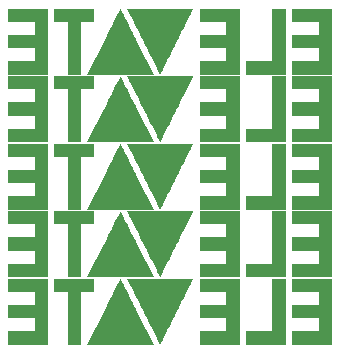
<source format=gbr>
%TF.GenerationSoftware,KiCad,Pcbnew,(7.0.0)*%
%TF.CreationDate,2023-03-06T19:44:32-05:00*%
%TF.ProjectId,Module Board,4d6f6475-6c65-4204-926f-6172642e6b69,rev?*%
%TF.SameCoordinates,Original*%
%TF.FileFunction,Legend,Bot*%
%TF.FilePolarity,Positive*%
%FSLAX46Y46*%
G04 Gerber Fmt 4.6, Leading zero omitted, Abs format (unit mm)*
G04 Created by KiCad (PCBNEW (7.0.0)) date 2023-03-06 19:44:32*
%MOMM*%
%LPD*%
G01*
G04 APERTURE LIST*
G04 APERTURE END LIST*
%TO.C,G\u002A\u002A\u002A*%
G36*
X134659153Y-81240250D02*
G01*
X134659153Y-84035972D01*
X132976420Y-84035972D01*
X131293686Y-84035972D01*
X131293686Y-83472853D01*
X131293686Y-82909734D01*
X132406675Y-82909734D01*
X133519664Y-82909734D01*
X133519664Y-80677131D01*
X133519664Y-78444528D01*
X134089409Y-78444528D01*
X134659153Y-78444528D01*
X134659153Y-81240250D01*
G37*
G36*
X118428063Y-79007647D02*
G01*
X118428063Y-79570766D01*
X117864944Y-79570766D01*
X117301824Y-79570766D01*
X117301824Y-81803369D01*
X117301824Y-84035972D01*
X116738705Y-84035972D01*
X116175585Y-84035972D01*
X116175585Y-81803369D01*
X116175585Y-79570766D01*
X115619091Y-79570766D01*
X115062596Y-79570766D01*
X115062596Y-79007647D01*
X115062596Y-78444528D01*
X116745330Y-78444528D01*
X118428063Y-78444528D01*
X118428063Y-79007647D01*
G37*
G36*
X138567865Y-81240250D02*
G01*
X138567865Y-84035972D01*
X136884988Y-84035972D01*
X135202110Y-84035972D01*
X135205567Y-83476165D01*
X135209023Y-82916358D01*
X136325324Y-82912971D01*
X137441626Y-82909583D01*
X137441626Y-82359789D01*
X137441626Y-81809994D01*
X136322012Y-81809994D01*
X135202398Y-81809994D01*
X135202398Y-81240250D01*
X135202398Y-80670506D01*
X136322012Y-80670506D01*
X137441626Y-80670506D01*
X137441626Y-80120636D01*
X137441626Y-79570766D01*
X136322012Y-79570766D01*
X135202398Y-79570766D01*
X135202398Y-79007647D01*
X135202398Y-78444528D01*
X136885131Y-78444528D01*
X138567865Y-78444528D01*
X138567865Y-81240250D01*
G37*
G36*
X130737192Y-81240250D02*
G01*
X130737192Y-84035972D01*
X129054315Y-84035972D01*
X127371437Y-84035972D01*
X127374894Y-83476165D01*
X127378350Y-82916358D01*
X128494651Y-82912971D01*
X129610953Y-82909583D01*
X129610953Y-82353164D01*
X129610953Y-81796745D01*
X128491339Y-81796745D01*
X127371725Y-81796745D01*
X127371725Y-81240250D01*
X127371725Y-80683755D01*
X128491339Y-80683755D01*
X129610953Y-80683755D01*
X129610953Y-80127261D01*
X129610953Y-79570766D01*
X128491339Y-79570766D01*
X127371725Y-79570766D01*
X127371725Y-79007647D01*
X127371725Y-78444528D01*
X129054458Y-78444528D01*
X130737192Y-78444528D01*
X130737192Y-81240250D01*
G37*
G36*
X114506102Y-81240250D02*
G01*
X114506102Y-84035972D01*
X112823224Y-84035972D01*
X111140347Y-84035972D01*
X111143803Y-83476165D01*
X111147260Y-82916358D01*
X112263562Y-82916358D01*
X113379864Y-82916358D01*
X113379863Y-82356551D01*
X113379863Y-81796745D01*
X112260249Y-81796745D01*
X111140635Y-81796745D01*
X111140635Y-81240250D01*
X111140635Y-80683755D01*
X112260249Y-80683755D01*
X113379863Y-80683755D01*
X113379863Y-80127261D01*
X113379863Y-79570766D01*
X112260249Y-79570766D01*
X111140635Y-79570766D01*
X111140635Y-79007647D01*
X111140635Y-78444528D01*
X112823368Y-78444528D01*
X114506102Y-78444528D01*
X114506102Y-81240250D01*
G37*
G36*
X120672648Y-78467344D02*
G01*
X120688495Y-78498550D01*
X120715268Y-78551592D01*
X120752444Y-78625424D01*
X120799498Y-78719002D01*
X120855906Y-78831280D01*
X120921144Y-78961214D01*
X120994687Y-79107757D01*
X121076011Y-79269866D01*
X121164592Y-79446494D01*
X121259906Y-79636597D01*
X121361429Y-79839129D01*
X121468636Y-80053046D01*
X121581003Y-80277302D01*
X121698006Y-80510851D01*
X121819121Y-80752650D01*
X121943823Y-81001652D01*
X122071588Y-81256812D01*
X123463072Y-84035972D01*
X120660689Y-84035972D01*
X117858306Y-84035972D01*
X119257309Y-81237992D01*
X119320458Y-81111712D01*
X119482449Y-80787949D01*
X119632990Y-80487336D01*
X119772305Y-80209436D01*
X119900615Y-79953812D01*
X120018142Y-79720028D01*
X120125107Y-79507644D01*
X120221734Y-79316225D01*
X120308244Y-79145332D01*
X120384859Y-78994528D01*
X120451802Y-78863376D01*
X120509293Y-78751439D01*
X120557556Y-78658279D01*
X120596811Y-78583460D01*
X120627283Y-78526542D01*
X120649191Y-78487090D01*
X120662759Y-78464666D01*
X120668208Y-78458832D01*
X120672648Y-78467344D01*
G37*
G36*
X124256941Y-78444554D02*
G01*
X124520939Y-78444646D01*
X124776755Y-78444801D01*
X125023168Y-78445015D01*
X125258957Y-78445287D01*
X125482901Y-78445612D01*
X125693778Y-78445987D01*
X125890368Y-78446410D01*
X126071448Y-78446876D01*
X126235799Y-78447384D01*
X126382199Y-78447928D01*
X126509426Y-78448508D01*
X126616259Y-78449118D01*
X126701477Y-78449757D01*
X126763859Y-78450420D01*
X126802184Y-78451105D01*
X126815230Y-78451809D01*
X126814219Y-78454182D01*
X126803651Y-78476116D01*
X126782101Y-78519949D01*
X126750201Y-78584416D01*
X126708585Y-78668251D01*
X126657886Y-78770191D01*
X126598737Y-78888969D01*
X126531772Y-79023319D01*
X126457623Y-79171978D01*
X126376924Y-79333679D01*
X126290308Y-79507158D01*
X126198408Y-79691148D01*
X126101858Y-79884386D01*
X126001290Y-80085605D01*
X125897338Y-80293541D01*
X125790635Y-80506928D01*
X125681814Y-80724500D01*
X125571508Y-80944994D01*
X125460351Y-81167142D01*
X125348976Y-81389681D01*
X125238015Y-81611345D01*
X125128103Y-81830869D01*
X125019872Y-82046987D01*
X124913956Y-82258434D01*
X124810987Y-82463945D01*
X124711599Y-82662255D01*
X124616425Y-82852099D01*
X124526099Y-83032211D01*
X124441253Y-83201325D01*
X124362521Y-83358178D01*
X124290536Y-83501503D01*
X124225930Y-83630036D01*
X124169338Y-83742510D01*
X124121393Y-83837662D01*
X124082727Y-83914224D01*
X124053974Y-83970934D01*
X124035767Y-84006524D01*
X124028740Y-84019730D01*
X124021930Y-84027579D01*
X124012708Y-84032980D01*
X124010913Y-84029704D01*
X123998750Y-84005995D01*
X123975707Y-83960489D01*
X123942415Y-83894450D01*
X123899507Y-83809141D01*
X123847614Y-83705826D01*
X123787369Y-83585768D01*
X123719402Y-83450232D01*
X123644346Y-83300481D01*
X123562832Y-83137779D01*
X123475493Y-82963389D01*
X123382959Y-82778576D01*
X123285864Y-82584602D01*
X123184838Y-82382732D01*
X123080513Y-82174229D01*
X122973521Y-81960356D01*
X122864495Y-81742379D01*
X122754065Y-81521559D01*
X122642863Y-81299161D01*
X122531522Y-81076449D01*
X122420673Y-80854687D01*
X122310947Y-80635137D01*
X122202977Y-80419063D01*
X122097395Y-80207731D01*
X121994832Y-80002402D01*
X121895919Y-79804340D01*
X121801290Y-79614811D01*
X121711574Y-79435076D01*
X121627406Y-79266400D01*
X121549415Y-79110046D01*
X121478234Y-78967278D01*
X121414495Y-78839360D01*
X121358829Y-78727556D01*
X121311868Y-78633129D01*
X121274244Y-78557342D01*
X121246589Y-78501460D01*
X121229535Y-78466747D01*
X121223713Y-78454465D01*
X121233783Y-78453621D01*
X121269083Y-78452683D01*
X121328590Y-78451773D01*
X121411082Y-78450897D01*
X121515339Y-78450059D01*
X121640138Y-78449263D01*
X121784260Y-78448514D01*
X121946483Y-78447815D01*
X122125584Y-78447171D01*
X122320344Y-78446587D01*
X122529541Y-78446067D01*
X122751954Y-78445614D01*
X122986361Y-78445235D01*
X123231541Y-78444932D01*
X123486273Y-78444710D01*
X123749336Y-78444574D01*
X124019508Y-78444528D01*
X124256941Y-78444554D01*
G37*
G36*
X134659153Y-75525250D02*
G01*
X134659153Y-78320972D01*
X132976420Y-78320972D01*
X131293686Y-78320972D01*
X131293686Y-77757853D01*
X131293686Y-77194734D01*
X132406675Y-77194734D01*
X133519664Y-77194734D01*
X133519664Y-74962131D01*
X133519664Y-72729528D01*
X134089409Y-72729528D01*
X134659153Y-72729528D01*
X134659153Y-75525250D01*
G37*
G36*
X118428063Y-73292647D02*
G01*
X118428063Y-73855766D01*
X117864944Y-73855766D01*
X117301824Y-73855766D01*
X117301824Y-76088369D01*
X117301824Y-78320972D01*
X116738705Y-78320972D01*
X116175585Y-78320972D01*
X116175585Y-76088369D01*
X116175585Y-73855766D01*
X115619091Y-73855766D01*
X115062596Y-73855766D01*
X115062596Y-73292647D01*
X115062596Y-72729528D01*
X116745330Y-72729528D01*
X118428063Y-72729528D01*
X118428063Y-73292647D01*
G37*
G36*
X138567865Y-75525250D02*
G01*
X138567865Y-78320972D01*
X136884988Y-78320972D01*
X135202110Y-78320972D01*
X135205567Y-77761165D01*
X135209023Y-77201358D01*
X136325324Y-77197971D01*
X137441626Y-77194583D01*
X137441626Y-76644789D01*
X137441626Y-76094994D01*
X136322012Y-76094994D01*
X135202398Y-76094994D01*
X135202398Y-75525250D01*
X135202398Y-74955506D01*
X136322012Y-74955506D01*
X137441626Y-74955506D01*
X137441626Y-74405636D01*
X137441626Y-73855766D01*
X136322012Y-73855766D01*
X135202398Y-73855766D01*
X135202398Y-73292647D01*
X135202398Y-72729528D01*
X136885131Y-72729528D01*
X138567865Y-72729528D01*
X138567865Y-75525250D01*
G37*
G36*
X130737192Y-75525250D02*
G01*
X130737192Y-78320972D01*
X129054315Y-78320972D01*
X127371437Y-78320972D01*
X127374894Y-77761165D01*
X127378350Y-77201358D01*
X128494651Y-77197971D01*
X129610953Y-77194583D01*
X129610953Y-76638164D01*
X129610953Y-76081745D01*
X128491339Y-76081745D01*
X127371725Y-76081745D01*
X127371725Y-75525250D01*
X127371725Y-74968755D01*
X128491339Y-74968755D01*
X129610953Y-74968755D01*
X129610953Y-74412261D01*
X129610953Y-73855766D01*
X128491339Y-73855766D01*
X127371725Y-73855766D01*
X127371725Y-73292647D01*
X127371725Y-72729528D01*
X129054458Y-72729528D01*
X130737192Y-72729528D01*
X130737192Y-75525250D01*
G37*
G36*
X114506102Y-75525250D02*
G01*
X114506102Y-78320972D01*
X112823224Y-78320972D01*
X111140347Y-78320972D01*
X111143803Y-77761165D01*
X111147260Y-77201358D01*
X112263562Y-77201358D01*
X113379864Y-77201358D01*
X113379863Y-76641551D01*
X113379863Y-76081745D01*
X112260249Y-76081745D01*
X111140635Y-76081745D01*
X111140635Y-75525250D01*
X111140635Y-74968755D01*
X112260249Y-74968755D01*
X113379863Y-74968755D01*
X113379863Y-74412261D01*
X113379863Y-73855766D01*
X112260249Y-73855766D01*
X111140635Y-73855766D01*
X111140635Y-73292647D01*
X111140635Y-72729528D01*
X112823368Y-72729528D01*
X114506102Y-72729528D01*
X114506102Y-75525250D01*
G37*
G36*
X120672648Y-72752344D02*
G01*
X120688495Y-72783550D01*
X120715268Y-72836592D01*
X120752444Y-72910424D01*
X120799498Y-73004002D01*
X120855906Y-73116280D01*
X120921144Y-73246214D01*
X120994687Y-73392757D01*
X121076011Y-73554866D01*
X121164592Y-73731494D01*
X121259906Y-73921597D01*
X121361429Y-74124129D01*
X121468636Y-74338046D01*
X121581003Y-74562302D01*
X121698006Y-74795851D01*
X121819121Y-75037650D01*
X121943823Y-75286652D01*
X122071588Y-75541812D01*
X123463072Y-78320972D01*
X120660689Y-78320972D01*
X117858306Y-78320972D01*
X119257309Y-75522992D01*
X119320458Y-75396712D01*
X119482449Y-75072949D01*
X119632990Y-74772336D01*
X119772305Y-74494436D01*
X119900615Y-74238812D01*
X120018142Y-74005028D01*
X120125107Y-73792644D01*
X120221734Y-73601225D01*
X120308244Y-73430332D01*
X120384859Y-73279528D01*
X120451802Y-73148376D01*
X120509293Y-73036439D01*
X120557556Y-72943279D01*
X120596811Y-72868460D01*
X120627283Y-72811542D01*
X120649191Y-72772090D01*
X120662759Y-72749666D01*
X120668208Y-72743832D01*
X120672648Y-72752344D01*
G37*
G36*
X124256941Y-72729554D02*
G01*
X124520939Y-72729646D01*
X124776755Y-72729801D01*
X125023168Y-72730015D01*
X125258957Y-72730287D01*
X125482901Y-72730612D01*
X125693778Y-72730987D01*
X125890368Y-72731410D01*
X126071448Y-72731876D01*
X126235799Y-72732384D01*
X126382199Y-72732928D01*
X126509426Y-72733508D01*
X126616259Y-72734118D01*
X126701477Y-72734757D01*
X126763859Y-72735420D01*
X126802184Y-72736105D01*
X126815230Y-72736809D01*
X126814219Y-72739182D01*
X126803651Y-72761116D01*
X126782101Y-72804949D01*
X126750201Y-72869416D01*
X126708585Y-72953251D01*
X126657886Y-73055191D01*
X126598737Y-73173969D01*
X126531772Y-73308319D01*
X126457623Y-73456978D01*
X126376924Y-73618679D01*
X126290308Y-73792158D01*
X126198408Y-73976148D01*
X126101858Y-74169386D01*
X126001290Y-74370605D01*
X125897338Y-74578541D01*
X125790635Y-74791928D01*
X125681814Y-75009500D01*
X125571508Y-75229994D01*
X125460351Y-75452142D01*
X125348976Y-75674681D01*
X125238015Y-75896345D01*
X125128103Y-76115869D01*
X125019872Y-76331987D01*
X124913956Y-76543434D01*
X124810987Y-76748945D01*
X124711599Y-76947255D01*
X124616425Y-77137099D01*
X124526099Y-77317211D01*
X124441253Y-77486325D01*
X124362521Y-77643178D01*
X124290536Y-77786503D01*
X124225930Y-77915036D01*
X124169338Y-78027510D01*
X124121393Y-78122662D01*
X124082727Y-78199224D01*
X124053974Y-78255934D01*
X124035767Y-78291524D01*
X124028740Y-78304730D01*
X124021930Y-78312579D01*
X124012708Y-78317980D01*
X124010913Y-78314704D01*
X123998750Y-78290995D01*
X123975707Y-78245489D01*
X123942415Y-78179450D01*
X123899507Y-78094141D01*
X123847614Y-77990826D01*
X123787369Y-77870768D01*
X123719402Y-77735232D01*
X123644346Y-77585481D01*
X123562832Y-77422779D01*
X123475493Y-77248389D01*
X123382959Y-77063576D01*
X123285864Y-76869602D01*
X123184838Y-76667732D01*
X123080513Y-76459229D01*
X122973521Y-76245356D01*
X122864495Y-76027379D01*
X122754065Y-75806559D01*
X122642863Y-75584161D01*
X122531522Y-75361449D01*
X122420673Y-75139687D01*
X122310947Y-74920137D01*
X122202977Y-74704063D01*
X122097395Y-74492731D01*
X121994832Y-74287402D01*
X121895919Y-74089340D01*
X121801290Y-73899811D01*
X121711574Y-73720076D01*
X121627406Y-73551400D01*
X121549415Y-73395046D01*
X121478234Y-73252278D01*
X121414495Y-73124360D01*
X121358829Y-73012556D01*
X121311868Y-72918129D01*
X121274244Y-72842342D01*
X121246589Y-72786460D01*
X121229535Y-72751747D01*
X121223713Y-72739465D01*
X121233783Y-72738621D01*
X121269083Y-72737683D01*
X121328590Y-72736773D01*
X121411082Y-72735897D01*
X121515339Y-72735059D01*
X121640138Y-72734263D01*
X121784260Y-72733514D01*
X121946483Y-72732815D01*
X122125584Y-72732171D01*
X122320344Y-72731587D01*
X122529541Y-72731067D01*
X122751954Y-72730614D01*
X122986361Y-72730235D01*
X123231541Y-72729932D01*
X123486273Y-72729710D01*
X123749336Y-72729574D01*
X124019508Y-72729528D01*
X124256941Y-72729554D01*
G37*
G36*
X134659153Y-69810250D02*
G01*
X134659153Y-72605972D01*
X132976420Y-72605972D01*
X131293686Y-72605972D01*
X131293686Y-72042853D01*
X131293686Y-71479734D01*
X132406675Y-71479734D01*
X133519664Y-71479734D01*
X133519664Y-69247131D01*
X133519664Y-67014528D01*
X134089409Y-67014528D01*
X134659153Y-67014528D01*
X134659153Y-69810250D01*
G37*
G36*
X118428063Y-67577647D02*
G01*
X118428063Y-68140766D01*
X117864944Y-68140766D01*
X117301824Y-68140766D01*
X117301824Y-70373369D01*
X117301824Y-72605972D01*
X116738705Y-72605972D01*
X116175585Y-72605972D01*
X116175585Y-70373369D01*
X116175585Y-68140766D01*
X115619091Y-68140766D01*
X115062596Y-68140766D01*
X115062596Y-67577647D01*
X115062596Y-67014528D01*
X116745330Y-67014528D01*
X118428063Y-67014528D01*
X118428063Y-67577647D01*
G37*
G36*
X138567865Y-69810250D02*
G01*
X138567865Y-72605972D01*
X136884988Y-72605972D01*
X135202110Y-72605972D01*
X135205567Y-72046165D01*
X135209023Y-71486358D01*
X136325324Y-71482971D01*
X137441626Y-71479583D01*
X137441626Y-70929789D01*
X137441626Y-70379994D01*
X136322012Y-70379994D01*
X135202398Y-70379994D01*
X135202398Y-69810250D01*
X135202398Y-69240506D01*
X136322012Y-69240506D01*
X137441626Y-69240506D01*
X137441626Y-68690636D01*
X137441626Y-68140766D01*
X136322012Y-68140766D01*
X135202398Y-68140766D01*
X135202398Y-67577647D01*
X135202398Y-67014528D01*
X136885131Y-67014528D01*
X138567865Y-67014528D01*
X138567865Y-69810250D01*
G37*
G36*
X130737192Y-69810250D02*
G01*
X130737192Y-72605972D01*
X129054315Y-72605972D01*
X127371437Y-72605972D01*
X127374894Y-72046165D01*
X127378350Y-71486358D01*
X128494651Y-71482971D01*
X129610953Y-71479583D01*
X129610953Y-70923164D01*
X129610953Y-70366745D01*
X128491339Y-70366745D01*
X127371725Y-70366745D01*
X127371725Y-69810250D01*
X127371725Y-69253755D01*
X128491339Y-69253755D01*
X129610953Y-69253755D01*
X129610953Y-68697261D01*
X129610953Y-68140766D01*
X128491339Y-68140766D01*
X127371725Y-68140766D01*
X127371725Y-67577647D01*
X127371725Y-67014528D01*
X129054458Y-67014528D01*
X130737192Y-67014528D01*
X130737192Y-69810250D01*
G37*
G36*
X114506102Y-69810250D02*
G01*
X114506102Y-72605972D01*
X112823224Y-72605972D01*
X111140347Y-72605972D01*
X111143803Y-72046165D01*
X111147260Y-71486358D01*
X112263562Y-71486358D01*
X113379864Y-71486358D01*
X113379863Y-70926551D01*
X113379863Y-70366745D01*
X112260249Y-70366745D01*
X111140635Y-70366745D01*
X111140635Y-69810250D01*
X111140635Y-69253755D01*
X112260249Y-69253755D01*
X113379863Y-69253755D01*
X113379863Y-68697261D01*
X113379863Y-68140766D01*
X112260249Y-68140766D01*
X111140635Y-68140766D01*
X111140635Y-67577647D01*
X111140635Y-67014528D01*
X112823368Y-67014528D01*
X114506102Y-67014528D01*
X114506102Y-69810250D01*
G37*
G36*
X120672648Y-67037344D02*
G01*
X120688495Y-67068550D01*
X120715268Y-67121592D01*
X120752444Y-67195424D01*
X120799498Y-67289002D01*
X120855906Y-67401280D01*
X120921144Y-67531214D01*
X120994687Y-67677757D01*
X121076011Y-67839866D01*
X121164592Y-68016494D01*
X121259906Y-68206597D01*
X121361429Y-68409129D01*
X121468636Y-68623046D01*
X121581003Y-68847302D01*
X121698006Y-69080851D01*
X121819121Y-69322650D01*
X121943823Y-69571652D01*
X122071588Y-69826812D01*
X123463072Y-72605972D01*
X120660689Y-72605972D01*
X117858306Y-72605972D01*
X119257309Y-69807992D01*
X119320458Y-69681712D01*
X119482449Y-69357949D01*
X119632990Y-69057336D01*
X119772305Y-68779436D01*
X119900615Y-68523812D01*
X120018142Y-68290028D01*
X120125107Y-68077644D01*
X120221734Y-67886225D01*
X120308244Y-67715332D01*
X120384859Y-67564528D01*
X120451802Y-67433376D01*
X120509293Y-67321439D01*
X120557556Y-67228279D01*
X120596811Y-67153460D01*
X120627283Y-67096542D01*
X120649191Y-67057090D01*
X120662759Y-67034666D01*
X120668208Y-67028832D01*
X120672648Y-67037344D01*
G37*
G36*
X124256941Y-67014554D02*
G01*
X124520939Y-67014646D01*
X124776755Y-67014801D01*
X125023168Y-67015015D01*
X125258957Y-67015287D01*
X125482901Y-67015612D01*
X125693778Y-67015987D01*
X125890368Y-67016410D01*
X126071448Y-67016876D01*
X126235799Y-67017384D01*
X126382199Y-67017928D01*
X126509426Y-67018508D01*
X126616259Y-67019118D01*
X126701477Y-67019757D01*
X126763859Y-67020420D01*
X126802184Y-67021105D01*
X126815230Y-67021809D01*
X126814219Y-67024182D01*
X126803651Y-67046116D01*
X126782101Y-67089949D01*
X126750201Y-67154416D01*
X126708585Y-67238251D01*
X126657886Y-67340191D01*
X126598737Y-67458969D01*
X126531772Y-67593319D01*
X126457623Y-67741978D01*
X126376924Y-67903679D01*
X126290308Y-68077158D01*
X126198408Y-68261148D01*
X126101858Y-68454386D01*
X126001290Y-68655605D01*
X125897338Y-68863541D01*
X125790635Y-69076928D01*
X125681814Y-69294500D01*
X125571508Y-69514994D01*
X125460351Y-69737142D01*
X125348976Y-69959681D01*
X125238015Y-70181345D01*
X125128103Y-70400869D01*
X125019872Y-70616987D01*
X124913956Y-70828434D01*
X124810987Y-71033945D01*
X124711599Y-71232255D01*
X124616425Y-71422099D01*
X124526099Y-71602211D01*
X124441253Y-71771325D01*
X124362521Y-71928178D01*
X124290536Y-72071503D01*
X124225930Y-72200036D01*
X124169338Y-72312510D01*
X124121393Y-72407662D01*
X124082727Y-72484224D01*
X124053974Y-72540934D01*
X124035767Y-72576524D01*
X124028740Y-72589730D01*
X124021930Y-72597579D01*
X124012708Y-72602980D01*
X124010913Y-72599704D01*
X123998750Y-72575995D01*
X123975707Y-72530489D01*
X123942415Y-72464450D01*
X123899507Y-72379141D01*
X123847614Y-72275826D01*
X123787369Y-72155768D01*
X123719402Y-72020232D01*
X123644346Y-71870481D01*
X123562832Y-71707779D01*
X123475493Y-71533389D01*
X123382959Y-71348576D01*
X123285864Y-71154602D01*
X123184838Y-70952732D01*
X123080513Y-70744229D01*
X122973521Y-70530356D01*
X122864495Y-70312379D01*
X122754065Y-70091559D01*
X122642863Y-69869161D01*
X122531522Y-69646449D01*
X122420673Y-69424687D01*
X122310947Y-69205137D01*
X122202977Y-68989063D01*
X122097395Y-68777731D01*
X121994832Y-68572402D01*
X121895919Y-68374340D01*
X121801290Y-68184811D01*
X121711574Y-68005076D01*
X121627406Y-67836400D01*
X121549415Y-67680046D01*
X121478234Y-67537278D01*
X121414495Y-67409360D01*
X121358829Y-67297556D01*
X121311868Y-67203129D01*
X121274244Y-67127342D01*
X121246589Y-67071460D01*
X121229535Y-67036747D01*
X121223713Y-67024465D01*
X121233783Y-67023621D01*
X121269083Y-67022683D01*
X121328590Y-67021773D01*
X121411082Y-67020897D01*
X121515339Y-67020059D01*
X121640138Y-67019263D01*
X121784260Y-67018514D01*
X121946483Y-67017815D01*
X122125584Y-67017171D01*
X122320344Y-67016587D01*
X122529541Y-67016067D01*
X122751954Y-67015614D01*
X122986361Y-67015235D01*
X123231541Y-67014932D01*
X123486273Y-67014710D01*
X123749336Y-67014574D01*
X124019508Y-67014528D01*
X124256941Y-67014554D01*
G37*
G36*
X134659153Y-64095250D02*
G01*
X134659153Y-66890972D01*
X132976420Y-66890972D01*
X131293686Y-66890972D01*
X131293686Y-66327853D01*
X131293686Y-65764734D01*
X132406675Y-65764734D01*
X133519664Y-65764734D01*
X133519664Y-63532131D01*
X133519664Y-61299528D01*
X134089409Y-61299528D01*
X134659153Y-61299528D01*
X134659153Y-64095250D01*
G37*
G36*
X118428063Y-61862647D02*
G01*
X118428063Y-62425766D01*
X117864944Y-62425766D01*
X117301824Y-62425766D01*
X117301824Y-64658369D01*
X117301824Y-66890972D01*
X116738705Y-66890972D01*
X116175585Y-66890972D01*
X116175585Y-64658369D01*
X116175585Y-62425766D01*
X115619091Y-62425766D01*
X115062596Y-62425766D01*
X115062596Y-61862647D01*
X115062596Y-61299528D01*
X116745330Y-61299528D01*
X118428063Y-61299528D01*
X118428063Y-61862647D01*
G37*
G36*
X138567865Y-64095250D02*
G01*
X138567865Y-66890972D01*
X136884988Y-66890972D01*
X135202110Y-66890972D01*
X135205567Y-66331165D01*
X135209023Y-65771358D01*
X136325324Y-65767971D01*
X137441626Y-65764583D01*
X137441626Y-65214789D01*
X137441626Y-64664994D01*
X136322012Y-64664994D01*
X135202398Y-64664994D01*
X135202398Y-64095250D01*
X135202398Y-63525506D01*
X136322012Y-63525506D01*
X137441626Y-63525506D01*
X137441626Y-62975636D01*
X137441626Y-62425766D01*
X136322012Y-62425766D01*
X135202398Y-62425766D01*
X135202398Y-61862647D01*
X135202398Y-61299528D01*
X136885131Y-61299528D01*
X138567865Y-61299528D01*
X138567865Y-64095250D01*
G37*
G36*
X130737192Y-64095250D02*
G01*
X130737192Y-66890972D01*
X129054315Y-66890972D01*
X127371437Y-66890972D01*
X127374894Y-66331165D01*
X127378350Y-65771358D01*
X128494651Y-65767971D01*
X129610953Y-65764583D01*
X129610953Y-65208164D01*
X129610953Y-64651745D01*
X128491339Y-64651745D01*
X127371725Y-64651745D01*
X127371725Y-64095250D01*
X127371725Y-63538755D01*
X128491339Y-63538755D01*
X129610953Y-63538755D01*
X129610953Y-62982261D01*
X129610953Y-62425766D01*
X128491339Y-62425766D01*
X127371725Y-62425766D01*
X127371725Y-61862647D01*
X127371725Y-61299528D01*
X129054458Y-61299528D01*
X130737192Y-61299528D01*
X130737192Y-64095250D01*
G37*
G36*
X114506102Y-64095250D02*
G01*
X114506102Y-66890972D01*
X112823224Y-66890972D01*
X111140347Y-66890972D01*
X111143803Y-66331165D01*
X111147260Y-65771358D01*
X112263562Y-65771358D01*
X113379864Y-65771358D01*
X113379863Y-65211551D01*
X113379863Y-64651745D01*
X112260249Y-64651745D01*
X111140635Y-64651745D01*
X111140635Y-64095250D01*
X111140635Y-63538755D01*
X112260249Y-63538755D01*
X113379863Y-63538755D01*
X113379863Y-62982261D01*
X113379863Y-62425766D01*
X112260249Y-62425766D01*
X111140635Y-62425766D01*
X111140635Y-61862647D01*
X111140635Y-61299528D01*
X112823368Y-61299528D01*
X114506102Y-61299528D01*
X114506102Y-64095250D01*
G37*
G36*
X120672648Y-61322344D02*
G01*
X120688495Y-61353550D01*
X120715268Y-61406592D01*
X120752444Y-61480424D01*
X120799498Y-61574002D01*
X120855906Y-61686280D01*
X120921144Y-61816214D01*
X120994687Y-61962757D01*
X121076011Y-62124866D01*
X121164592Y-62301494D01*
X121259906Y-62491597D01*
X121361429Y-62694129D01*
X121468636Y-62908046D01*
X121581003Y-63132302D01*
X121698006Y-63365851D01*
X121819121Y-63607650D01*
X121943823Y-63856652D01*
X122071588Y-64111812D01*
X123463072Y-66890972D01*
X120660689Y-66890972D01*
X117858306Y-66890972D01*
X119257309Y-64092992D01*
X119320458Y-63966712D01*
X119482449Y-63642949D01*
X119632990Y-63342336D01*
X119772305Y-63064436D01*
X119900615Y-62808812D01*
X120018142Y-62575028D01*
X120125107Y-62362644D01*
X120221734Y-62171225D01*
X120308244Y-62000332D01*
X120384859Y-61849528D01*
X120451802Y-61718376D01*
X120509293Y-61606439D01*
X120557556Y-61513279D01*
X120596811Y-61438460D01*
X120627283Y-61381542D01*
X120649191Y-61342090D01*
X120662759Y-61319666D01*
X120668208Y-61313832D01*
X120672648Y-61322344D01*
G37*
G36*
X124256941Y-61299554D02*
G01*
X124520939Y-61299646D01*
X124776755Y-61299801D01*
X125023168Y-61300015D01*
X125258957Y-61300287D01*
X125482901Y-61300612D01*
X125693778Y-61300987D01*
X125890368Y-61301410D01*
X126071448Y-61301876D01*
X126235799Y-61302384D01*
X126382199Y-61302928D01*
X126509426Y-61303508D01*
X126616259Y-61304118D01*
X126701477Y-61304757D01*
X126763859Y-61305420D01*
X126802184Y-61306105D01*
X126815230Y-61306809D01*
X126814219Y-61309182D01*
X126803651Y-61331116D01*
X126782101Y-61374949D01*
X126750201Y-61439416D01*
X126708585Y-61523251D01*
X126657886Y-61625191D01*
X126598737Y-61743969D01*
X126531772Y-61878319D01*
X126457623Y-62026978D01*
X126376924Y-62188679D01*
X126290308Y-62362158D01*
X126198408Y-62546148D01*
X126101858Y-62739386D01*
X126001290Y-62940605D01*
X125897338Y-63148541D01*
X125790635Y-63361928D01*
X125681814Y-63579500D01*
X125571508Y-63799994D01*
X125460351Y-64022142D01*
X125348976Y-64244681D01*
X125238015Y-64466345D01*
X125128103Y-64685869D01*
X125019872Y-64901987D01*
X124913956Y-65113434D01*
X124810987Y-65318945D01*
X124711599Y-65517255D01*
X124616425Y-65707099D01*
X124526099Y-65887211D01*
X124441253Y-66056325D01*
X124362521Y-66213178D01*
X124290536Y-66356503D01*
X124225930Y-66485036D01*
X124169338Y-66597510D01*
X124121393Y-66692662D01*
X124082727Y-66769224D01*
X124053974Y-66825934D01*
X124035767Y-66861524D01*
X124028740Y-66874730D01*
X124021930Y-66882579D01*
X124012708Y-66887980D01*
X124010913Y-66884704D01*
X123998750Y-66860995D01*
X123975707Y-66815489D01*
X123942415Y-66749450D01*
X123899507Y-66664141D01*
X123847614Y-66560826D01*
X123787369Y-66440768D01*
X123719402Y-66305232D01*
X123644346Y-66155481D01*
X123562832Y-65992779D01*
X123475493Y-65818389D01*
X123382959Y-65633576D01*
X123285864Y-65439602D01*
X123184838Y-65237732D01*
X123080513Y-65029229D01*
X122973521Y-64815356D01*
X122864495Y-64597379D01*
X122754065Y-64376559D01*
X122642863Y-64154161D01*
X122531522Y-63931449D01*
X122420673Y-63709687D01*
X122310947Y-63490137D01*
X122202977Y-63274063D01*
X122097395Y-63062731D01*
X121994832Y-62857402D01*
X121895919Y-62659340D01*
X121801290Y-62469811D01*
X121711574Y-62290076D01*
X121627406Y-62121400D01*
X121549415Y-61965046D01*
X121478234Y-61822278D01*
X121414495Y-61694360D01*
X121358829Y-61582556D01*
X121311868Y-61488129D01*
X121274244Y-61412342D01*
X121246589Y-61356460D01*
X121229535Y-61321747D01*
X121223713Y-61309465D01*
X121233783Y-61308621D01*
X121269083Y-61307683D01*
X121328590Y-61306773D01*
X121411082Y-61305897D01*
X121515339Y-61305059D01*
X121640138Y-61304263D01*
X121784260Y-61303514D01*
X121946483Y-61302815D01*
X122125584Y-61302171D01*
X122320344Y-61301587D01*
X122529541Y-61301067D01*
X122751954Y-61300614D01*
X122986361Y-61300235D01*
X123231541Y-61299932D01*
X123486273Y-61299710D01*
X123749336Y-61299574D01*
X124019508Y-61299528D01*
X124256941Y-61299554D01*
G37*
G36*
X138567865Y-58380250D02*
G01*
X138567865Y-61175972D01*
X136884988Y-61175972D01*
X135202110Y-61175972D01*
X135205567Y-60616165D01*
X135209023Y-60056358D01*
X136325324Y-60052971D01*
X137441626Y-60049583D01*
X137441626Y-59499789D01*
X137441626Y-58949994D01*
X136322012Y-58949994D01*
X135202398Y-58949994D01*
X135202398Y-58380250D01*
X135202398Y-57810506D01*
X136322012Y-57810506D01*
X137441626Y-57810506D01*
X137441626Y-57260636D01*
X137441626Y-56710766D01*
X136322012Y-56710766D01*
X135202398Y-56710766D01*
X135202398Y-56147647D01*
X135202398Y-55584528D01*
X136885131Y-55584528D01*
X138567865Y-55584528D01*
X138567865Y-58380250D01*
G37*
G36*
X134659153Y-58380250D02*
G01*
X134659153Y-61175972D01*
X132976420Y-61175972D01*
X131293686Y-61175972D01*
X131293686Y-60612853D01*
X131293686Y-60049734D01*
X132406675Y-60049734D01*
X133519664Y-60049734D01*
X133519664Y-57817131D01*
X133519664Y-55584528D01*
X134089409Y-55584528D01*
X134659153Y-55584528D01*
X134659153Y-58380250D01*
G37*
G36*
X130737192Y-58380250D02*
G01*
X130737192Y-61175972D01*
X129054315Y-61175972D01*
X127371437Y-61175972D01*
X127374894Y-60616165D01*
X127378350Y-60056358D01*
X128494651Y-60052971D01*
X129610953Y-60049583D01*
X129610953Y-59493164D01*
X129610953Y-58936745D01*
X128491339Y-58936745D01*
X127371725Y-58936745D01*
X127371725Y-58380250D01*
X127371725Y-57823755D01*
X128491339Y-57823755D01*
X129610953Y-57823755D01*
X129610953Y-57267261D01*
X129610953Y-56710766D01*
X128491339Y-56710766D01*
X127371725Y-56710766D01*
X127371725Y-56147647D01*
X127371725Y-55584528D01*
X129054458Y-55584528D01*
X130737192Y-55584528D01*
X130737192Y-58380250D01*
G37*
G36*
X124256941Y-55584554D02*
G01*
X124520939Y-55584646D01*
X124776755Y-55584801D01*
X125023168Y-55585015D01*
X125258957Y-55585287D01*
X125482901Y-55585612D01*
X125693778Y-55585987D01*
X125890368Y-55586410D01*
X126071448Y-55586876D01*
X126235799Y-55587384D01*
X126382199Y-55587928D01*
X126509426Y-55588508D01*
X126616259Y-55589118D01*
X126701477Y-55589757D01*
X126763859Y-55590420D01*
X126802184Y-55591105D01*
X126815230Y-55591809D01*
X126814219Y-55594182D01*
X126803651Y-55616116D01*
X126782101Y-55659949D01*
X126750201Y-55724416D01*
X126708585Y-55808251D01*
X126657886Y-55910191D01*
X126598737Y-56028969D01*
X126531772Y-56163319D01*
X126457623Y-56311978D01*
X126376924Y-56473679D01*
X126290308Y-56647158D01*
X126198408Y-56831148D01*
X126101858Y-57024386D01*
X126001290Y-57225605D01*
X125897338Y-57433541D01*
X125790635Y-57646928D01*
X125681814Y-57864500D01*
X125571508Y-58084994D01*
X125460351Y-58307142D01*
X125348976Y-58529681D01*
X125238015Y-58751345D01*
X125128103Y-58970869D01*
X125019872Y-59186987D01*
X124913956Y-59398434D01*
X124810987Y-59603945D01*
X124711599Y-59802255D01*
X124616425Y-59992099D01*
X124526099Y-60172211D01*
X124441253Y-60341325D01*
X124362521Y-60498178D01*
X124290536Y-60641503D01*
X124225930Y-60770036D01*
X124169338Y-60882510D01*
X124121393Y-60977662D01*
X124082727Y-61054224D01*
X124053974Y-61110934D01*
X124035767Y-61146524D01*
X124028740Y-61159730D01*
X124021930Y-61167579D01*
X124012708Y-61172980D01*
X124010913Y-61169704D01*
X123998750Y-61145995D01*
X123975707Y-61100489D01*
X123942415Y-61034450D01*
X123899507Y-60949141D01*
X123847614Y-60845826D01*
X123787369Y-60725768D01*
X123719402Y-60590232D01*
X123644346Y-60440481D01*
X123562832Y-60277779D01*
X123475493Y-60103389D01*
X123382959Y-59918576D01*
X123285864Y-59724602D01*
X123184838Y-59522732D01*
X123080513Y-59314229D01*
X122973521Y-59100356D01*
X122864495Y-58882379D01*
X122754065Y-58661559D01*
X122642863Y-58439161D01*
X122531522Y-58216449D01*
X122420673Y-57994687D01*
X122310947Y-57775137D01*
X122202977Y-57559063D01*
X122097395Y-57347731D01*
X121994832Y-57142402D01*
X121895919Y-56944340D01*
X121801290Y-56754811D01*
X121711574Y-56575076D01*
X121627406Y-56406400D01*
X121549415Y-56250046D01*
X121478234Y-56107278D01*
X121414495Y-55979360D01*
X121358829Y-55867556D01*
X121311868Y-55773129D01*
X121274244Y-55697342D01*
X121246589Y-55641460D01*
X121229535Y-55606747D01*
X121223713Y-55594465D01*
X121233783Y-55593621D01*
X121269083Y-55592683D01*
X121328590Y-55591773D01*
X121411082Y-55590897D01*
X121515339Y-55590059D01*
X121640138Y-55589263D01*
X121784260Y-55588514D01*
X121946483Y-55587815D01*
X122125584Y-55587171D01*
X122320344Y-55586587D01*
X122529541Y-55586067D01*
X122751954Y-55585614D01*
X122986361Y-55585235D01*
X123231541Y-55584932D01*
X123486273Y-55584710D01*
X123749336Y-55584574D01*
X124019508Y-55584528D01*
X124256941Y-55584554D01*
G37*
G36*
X120672648Y-55607344D02*
G01*
X120688495Y-55638550D01*
X120715268Y-55691592D01*
X120752444Y-55765424D01*
X120799498Y-55859002D01*
X120855906Y-55971280D01*
X120921144Y-56101214D01*
X120994687Y-56247757D01*
X121076011Y-56409866D01*
X121164592Y-56586494D01*
X121259906Y-56776597D01*
X121361429Y-56979129D01*
X121468636Y-57193046D01*
X121581003Y-57417302D01*
X121698006Y-57650851D01*
X121819121Y-57892650D01*
X121943823Y-58141652D01*
X122071588Y-58396812D01*
X123463072Y-61175972D01*
X120660689Y-61175972D01*
X117858306Y-61175972D01*
X119257309Y-58377992D01*
X119320458Y-58251712D01*
X119482449Y-57927949D01*
X119632990Y-57627336D01*
X119772305Y-57349436D01*
X119900615Y-57093812D01*
X120018142Y-56860028D01*
X120125107Y-56647644D01*
X120221734Y-56456225D01*
X120308244Y-56285332D01*
X120384859Y-56134528D01*
X120451802Y-56003376D01*
X120509293Y-55891439D01*
X120557556Y-55798279D01*
X120596811Y-55723460D01*
X120627283Y-55666542D01*
X120649191Y-55627090D01*
X120662759Y-55604666D01*
X120668208Y-55598832D01*
X120672648Y-55607344D01*
G37*
G36*
X118428063Y-56147647D02*
G01*
X118428063Y-56710766D01*
X117864944Y-56710766D01*
X117301824Y-56710766D01*
X117301824Y-58943369D01*
X117301824Y-61175972D01*
X116738705Y-61175972D01*
X116175585Y-61175972D01*
X116175585Y-58943369D01*
X116175585Y-56710766D01*
X115619091Y-56710766D01*
X115062596Y-56710766D01*
X115062596Y-56147647D01*
X115062596Y-55584528D01*
X116745330Y-55584528D01*
X118428063Y-55584528D01*
X118428063Y-56147647D01*
G37*
G36*
X114506102Y-58380250D02*
G01*
X114506102Y-61175972D01*
X112823224Y-61175972D01*
X111140347Y-61175972D01*
X111143803Y-60616165D01*
X111147260Y-60056358D01*
X112263562Y-60056358D01*
X113379864Y-60056358D01*
X113379863Y-59496551D01*
X113379863Y-58936745D01*
X112260249Y-58936745D01*
X111140635Y-58936745D01*
X111140635Y-58380250D01*
X111140635Y-57823755D01*
X112260249Y-57823755D01*
X113379863Y-57823755D01*
X113379863Y-57267261D01*
X113379863Y-56710766D01*
X112260249Y-56710766D01*
X111140635Y-56710766D01*
X111140635Y-56147647D01*
X111140635Y-55584528D01*
X112823368Y-55584528D01*
X114506102Y-55584528D01*
X114506102Y-58380250D01*
G37*
%TD*%
M02*

</source>
